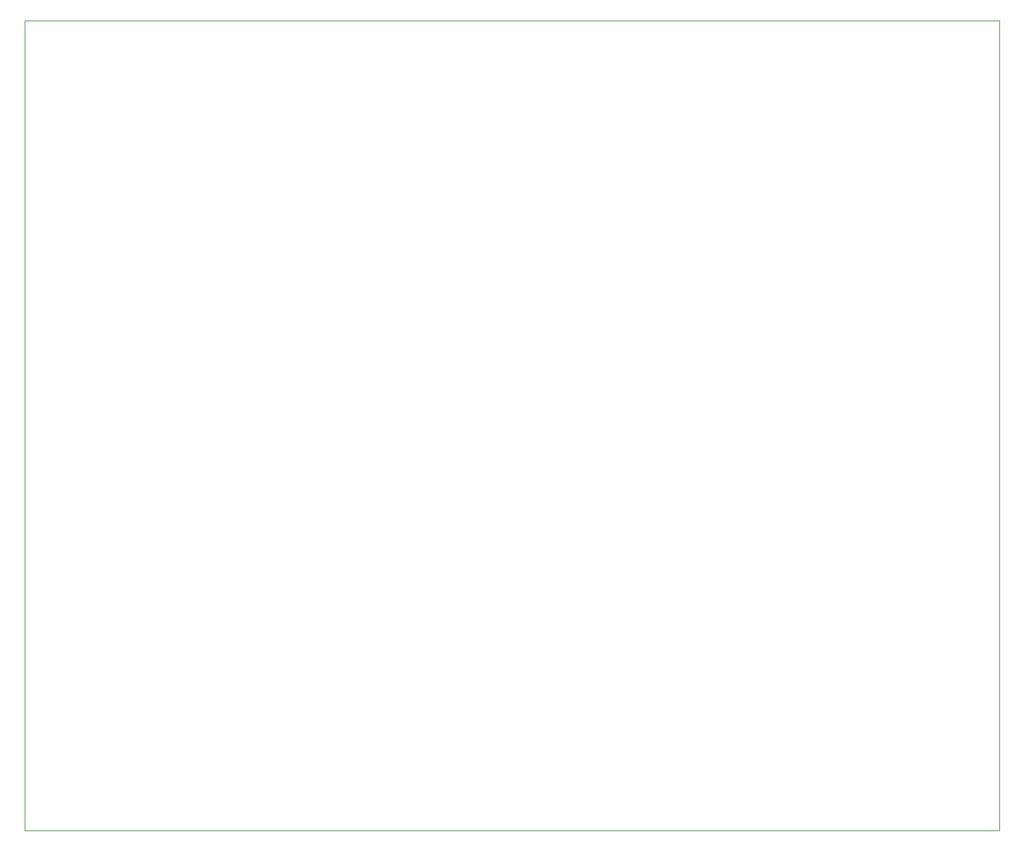
<source format=gbr>
%TF.GenerationSoftware,KiCad,Pcbnew,(5.1.6)-1*%
%TF.CreationDate,2022-12-03T16:25:56-08:00*%
%TF.ProjectId,DP1600i,44503136-3030-4692-9e6b-696361645f70,rev?*%
%TF.SameCoordinates,Original*%
%TF.FileFunction,Profile,NP*%
%FSLAX46Y46*%
G04 Gerber Fmt 4.6, Leading zero omitted, Abs format (unit mm)*
G04 Created by KiCad (PCBNEW (5.1.6)-1) date 2022-12-03 16:25:56*
%MOMM*%
%LPD*%
G01*
G04 APERTURE LIST*
%TA.AperFunction,Profile*%
%ADD10C,0.050000*%
%TD*%
G04 APERTURE END LIST*
D10*
X209016600Y-137896600D02*
X209016600Y-37820600D01*
X88620600Y-37820600D02*
X88620600Y-137896600D01*
X88620600Y-37820600D02*
X209016600Y-37820600D01*
X209016600Y-137896600D02*
X88620600Y-137896600D01*
M02*

</source>
